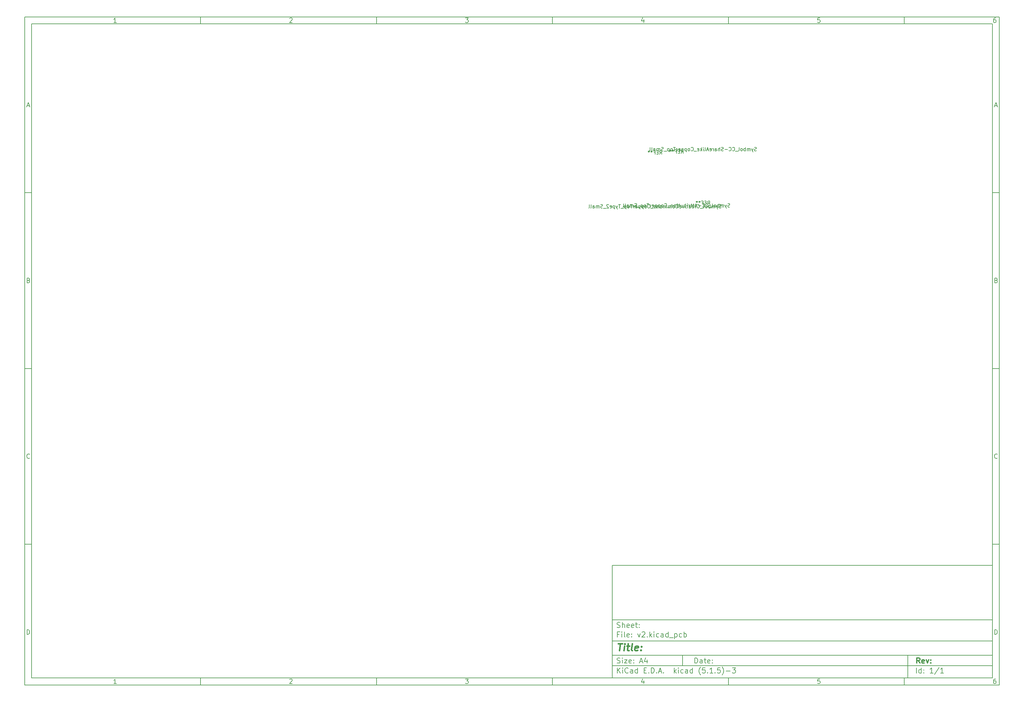
<source format=gbr>
G04 #@! TF.GenerationSoftware,KiCad,Pcbnew,(5.1.5)-3*
G04 #@! TF.CreationDate,2020-05-09T15:27:07-04:00*
G04 #@! TF.ProjectId,v2,76322e6b-6963-4616-945f-706362585858,rev?*
G04 #@! TF.SameCoordinates,Original*
G04 #@! TF.FileFunction,Other,Fab,Bot*
%FSLAX46Y46*%
G04 Gerber Fmt 4.6, Leading zero omitted, Abs format (unit mm)*
G04 Created by KiCad (PCBNEW (5.1.5)-3) date 2020-05-09 15:27:07*
%MOMM*%
%LPD*%
G04 APERTURE LIST*
%ADD10C,0.100000*%
%ADD11C,0.150000*%
%ADD12C,0.300000*%
%ADD13C,0.400000*%
G04 APERTURE END LIST*
D10*
D11*
X177002200Y-166007200D02*
X177002200Y-198007200D01*
X285002200Y-198007200D01*
X285002200Y-166007200D01*
X177002200Y-166007200D01*
D10*
D11*
X10000000Y-10000000D02*
X10000000Y-200007200D01*
X287002200Y-200007200D01*
X287002200Y-10000000D01*
X10000000Y-10000000D01*
D10*
D11*
X12000000Y-12000000D02*
X12000000Y-198007200D01*
X285002200Y-198007200D01*
X285002200Y-12000000D01*
X12000000Y-12000000D01*
D10*
D11*
X60000000Y-12000000D02*
X60000000Y-10000000D01*
D10*
D11*
X110000000Y-12000000D02*
X110000000Y-10000000D01*
D10*
D11*
X160000000Y-12000000D02*
X160000000Y-10000000D01*
D10*
D11*
X210000000Y-12000000D02*
X210000000Y-10000000D01*
D10*
D11*
X260000000Y-12000000D02*
X260000000Y-10000000D01*
D10*
D11*
X36065476Y-11588095D02*
X35322619Y-11588095D01*
X35694047Y-11588095D02*
X35694047Y-10288095D01*
X35570238Y-10473809D01*
X35446428Y-10597619D01*
X35322619Y-10659523D01*
D10*
D11*
X85322619Y-10411904D02*
X85384523Y-10350000D01*
X85508333Y-10288095D01*
X85817857Y-10288095D01*
X85941666Y-10350000D01*
X86003571Y-10411904D01*
X86065476Y-10535714D01*
X86065476Y-10659523D01*
X86003571Y-10845238D01*
X85260714Y-11588095D01*
X86065476Y-11588095D01*
D10*
D11*
X135260714Y-10288095D02*
X136065476Y-10288095D01*
X135632142Y-10783333D01*
X135817857Y-10783333D01*
X135941666Y-10845238D01*
X136003571Y-10907142D01*
X136065476Y-11030952D01*
X136065476Y-11340476D01*
X136003571Y-11464285D01*
X135941666Y-11526190D01*
X135817857Y-11588095D01*
X135446428Y-11588095D01*
X135322619Y-11526190D01*
X135260714Y-11464285D01*
D10*
D11*
X185941666Y-10721428D02*
X185941666Y-11588095D01*
X185632142Y-10226190D02*
X185322619Y-11154761D01*
X186127380Y-11154761D01*
D10*
D11*
X236003571Y-10288095D02*
X235384523Y-10288095D01*
X235322619Y-10907142D01*
X235384523Y-10845238D01*
X235508333Y-10783333D01*
X235817857Y-10783333D01*
X235941666Y-10845238D01*
X236003571Y-10907142D01*
X236065476Y-11030952D01*
X236065476Y-11340476D01*
X236003571Y-11464285D01*
X235941666Y-11526190D01*
X235817857Y-11588095D01*
X235508333Y-11588095D01*
X235384523Y-11526190D01*
X235322619Y-11464285D01*
D10*
D11*
X285941666Y-10288095D02*
X285694047Y-10288095D01*
X285570238Y-10350000D01*
X285508333Y-10411904D01*
X285384523Y-10597619D01*
X285322619Y-10845238D01*
X285322619Y-11340476D01*
X285384523Y-11464285D01*
X285446428Y-11526190D01*
X285570238Y-11588095D01*
X285817857Y-11588095D01*
X285941666Y-11526190D01*
X286003571Y-11464285D01*
X286065476Y-11340476D01*
X286065476Y-11030952D01*
X286003571Y-10907142D01*
X285941666Y-10845238D01*
X285817857Y-10783333D01*
X285570238Y-10783333D01*
X285446428Y-10845238D01*
X285384523Y-10907142D01*
X285322619Y-11030952D01*
D10*
D11*
X60000000Y-198007200D02*
X60000000Y-200007200D01*
D10*
D11*
X110000000Y-198007200D02*
X110000000Y-200007200D01*
D10*
D11*
X160000000Y-198007200D02*
X160000000Y-200007200D01*
D10*
D11*
X210000000Y-198007200D02*
X210000000Y-200007200D01*
D10*
D11*
X260000000Y-198007200D02*
X260000000Y-200007200D01*
D10*
D11*
X36065476Y-199595295D02*
X35322619Y-199595295D01*
X35694047Y-199595295D02*
X35694047Y-198295295D01*
X35570238Y-198481009D01*
X35446428Y-198604819D01*
X35322619Y-198666723D01*
D10*
D11*
X85322619Y-198419104D02*
X85384523Y-198357200D01*
X85508333Y-198295295D01*
X85817857Y-198295295D01*
X85941666Y-198357200D01*
X86003571Y-198419104D01*
X86065476Y-198542914D01*
X86065476Y-198666723D01*
X86003571Y-198852438D01*
X85260714Y-199595295D01*
X86065476Y-199595295D01*
D10*
D11*
X135260714Y-198295295D02*
X136065476Y-198295295D01*
X135632142Y-198790533D01*
X135817857Y-198790533D01*
X135941666Y-198852438D01*
X136003571Y-198914342D01*
X136065476Y-199038152D01*
X136065476Y-199347676D01*
X136003571Y-199471485D01*
X135941666Y-199533390D01*
X135817857Y-199595295D01*
X135446428Y-199595295D01*
X135322619Y-199533390D01*
X135260714Y-199471485D01*
D10*
D11*
X185941666Y-198728628D02*
X185941666Y-199595295D01*
X185632142Y-198233390D02*
X185322619Y-199161961D01*
X186127380Y-199161961D01*
D10*
D11*
X236003571Y-198295295D02*
X235384523Y-198295295D01*
X235322619Y-198914342D01*
X235384523Y-198852438D01*
X235508333Y-198790533D01*
X235817857Y-198790533D01*
X235941666Y-198852438D01*
X236003571Y-198914342D01*
X236065476Y-199038152D01*
X236065476Y-199347676D01*
X236003571Y-199471485D01*
X235941666Y-199533390D01*
X235817857Y-199595295D01*
X235508333Y-199595295D01*
X235384523Y-199533390D01*
X235322619Y-199471485D01*
D10*
D11*
X285941666Y-198295295D02*
X285694047Y-198295295D01*
X285570238Y-198357200D01*
X285508333Y-198419104D01*
X285384523Y-198604819D01*
X285322619Y-198852438D01*
X285322619Y-199347676D01*
X285384523Y-199471485D01*
X285446428Y-199533390D01*
X285570238Y-199595295D01*
X285817857Y-199595295D01*
X285941666Y-199533390D01*
X286003571Y-199471485D01*
X286065476Y-199347676D01*
X286065476Y-199038152D01*
X286003571Y-198914342D01*
X285941666Y-198852438D01*
X285817857Y-198790533D01*
X285570238Y-198790533D01*
X285446428Y-198852438D01*
X285384523Y-198914342D01*
X285322619Y-199038152D01*
D10*
D11*
X10000000Y-60000000D02*
X12000000Y-60000000D01*
D10*
D11*
X10000000Y-110000000D02*
X12000000Y-110000000D01*
D10*
D11*
X10000000Y-160000000D02*
X12000000Y-160000000D01*
D10*
D11*
X10690476Y-35216666D02*
X11309523Y-35216666D01*
X10566666Y-35588095D02*
X11000000Y-34288095D01*
X11433333Y-35588095D01*
D10*
D11*
X11092857Y-84907142D02*
X11278571Y-84969047D01*
X11340476Y-85030952D01*
X11402380Y-85154761D01*
X11402380Y-85340476D01*
X11340476Y-85464285D01*
X11278571Y-85526190D01*
X11154761Y-85588095D01*
X10659523Y-85588095D01*
X10659523Y-84288095D01*
X11092857Y-84288095D01*
X11216666Y-84350000D01*
X11278571Y-84411904D01*
X11340476Y-84535714D01*
X11340476Y-84659523D01*
X11278571Y-84783333D01*
X11216666Y-84845238D01*
X11092857Y-84907142D01*
X10659523Y-84907142D01*
D10*
D11*
X11402380Y-135464285D02*
X11340476Y-135526190D01*
X11154761Y-135588095D01*
X11030952Y-135588095D01*
X10845238Y-135526190D01*
X10721428Y-135402380D01*
X10659523Y-135278571D01*
X10597619Y-135030952D01*
X10597619Y-134845238D01*
X10659523Y-134597619D01*
X10721428Y-134473809D01*
X10845238Y-134350000D01*
X11030952Y-134288095D01*
X11154761Y-134288095D01*
X11340476Y-134350000D01*
X11402380Y-134411904D01*
D10*
D11*
X10659523Y-185588095D02*
X10659523Y-184288095D01*
X10969047Y-184288095D01*
X11154761Y-184350000D01*
X11278571Y-184473809D01*
X11340476Y-184597619D01*
X11402380Y-184845238D01*
X11402380Y-185030952D01*
X11340476Y-185278571D01*
X11278571Y-185402380D01*
X11154761Y-185526190D01*
X10969047Y-185588095D01*
X10659523Y-185588095D01*
D10*
D11*
X287002200Y-60000000D02*
X285002200Y-60000000D01*
D10*
D11*
X287002200Y-110000000D02*
X285002200Y-110000000D01*
D10*
D11*
X287002200Y-160000000D02*
X285002200Y-160000000D01*
D10*
D11*
X285692676Y-35216666D02*
X286311723Y-35216666D01*
X285568866Y-35588095D02*
X286002200Y-34288095D01*
X286435533Y-35588095D01*
D10*
D11*
X286095057Y-84907142D02*
X286280771Y-84969047D01*
X286342676Y-85030952D01*
X286404580Y-85154761D01*
X286404580Y-85340476D01*
X286342676Y-85464285D01*
X286280771Y-85526190D01*
X286156961Y-85588095D01*
X285661723Y-85588095D01*
X285661723Y-84288095D01*
X286095057Y-84288095D01*
X286218866Y-84350000D01*
X286280771Y-84411904D01*
X286342676Y-84535714D01*
X286342676Y-84659523D01*
X286280771Y-84783333D01*
X286218866Y-84845238D01*
X286095057Y-84907142D01*
X285661723Y-84907142D01*
D10*
D11*
X286404580Y-135464285D02*
X286342676Y-135526190D01*
X286156961Y-135588095D01*
X286033152Y-135588095D01*
X285847438Y-135526190D01*
X285723628Y-135402380D01*
X285661723Y-135278571D01*
X285599819Y-135030952D01*
X285599819Y-134845238D01*
X285661723Y-134597619D01*
X285723628Y-134473809D01*
X285847438Y-134350000D01*
X286033152Y-134288095D01*
X286156961Y-134288095D01*
X286342676Y-134350000D01*
X286404580Y-134411904D01*
D10*
D11*
X285661723Y-185588095D02*
X285661723Y-184288095D01*
X285971247Y-184288095D01*
X286156961Y-184350000D01*
X286280771Y-184473809D01*
X286342676Y-184597619D01*
X286404580Y-184845238D01*
X286404580Y-185030952D01*
X286342676Y-185278571D01*
X286280771Y-185402380D01*
X286156961Y-185526190D01*
X285971247Y-185588095D01*
X285661723Y-185588095D01*
D10*
D11*
X200434342Y-193785771D02*
X200434342Y-192285771D01*
X200791485Y-192285771D01*
X201005771Y-192357200D01*
X201148628Y-192500057D01*
X201220057Y-192642914D01*
X201291485Y-192928628D01*
X201291485Y-193142914D01*
X201220057Y-193428628D01*
X201148628Y-193571485D01*
X201005771Y-193714342D01*
X200791485Y-193785771D01*
X200434342Y-193785771D01*
X202577200Y-193785771D02*
X202577200Y-193000057D01*
X202505771Y-192857200D01*
X202362914Y-192785771D01*
X202077200Y-192785771D01*
X201934342Y-192857200D01*
X202577200Y-193714342D02*
X202434342Y-193785771D01*
X202077200Y-193785771D01*
X201934342Y-193714342D01*
X201862914Y-193571485D01*
X201862914Y-193428628D01*
X201934342Y-193285771D01*
X202077200Y-193214342D01*
X202434342Y-193214342D01*
X202577200Y-193142914D01*
X203077200Y-192785771D02*
X203648628Y-192785771D01*
X203291485Y-192285771D02*
X203291485Y-193571485D01*
X203362914Y-193714342D01*
X203505771Y-193785771D01*
X203648628Y-193785771D01*
X204720057Y-193714342D02*
X204577200Y-193785771D01*
X204291485Y-193785771D01*
X204148628Y-193714342D01*
X204077200Y-193571485D01*
X204077200Y-193000057D01*
X204148628Y-192857200D01*
X204291485Y-192785771D01*
X204577200Y-192785771D01*
X204720057Y-192857200D01*
X204791485Y-193000057D01*
X204791485Y-193142914D01*
X204077200Y-193285771D01*
X205434342Y-193642914D02*
X205505771Y-193714342D01*
X205434342Y-193785771D01*
X205362914Y-193714342D01*
X205434342Y-193642914D01*
X205434342Y-193785771D01*
X205434342Y-192857200D02*
X205505771Y-192928628D01*
X205434342Y-193000057D01*
X205362914Y-192928628D01*
X205434342Y-192857200D01*
X205434342Y-193000057D01*
D10*
D11*
X177002200Y-194507200D02*
X285002200Y-194507200D01*
D10*
D11*
X178434342Y-196585771D02*
X178434342Y-195085771D01*
X179291485Y-196585771D02*
X178648628Y-195728628D01*
X179291485Y-195085771D02*
X178434342Y-195942914D01*
X179934342Y-196585771D02*
X179934342Y-195585771D01*
X179934342Y-195085771D02*
X179862914Y-195157200D01*
X179934342Y-195228628D01*
X180005771Y-195157200D01*
X179934342Y-195085771D01*
X179934342Y-195228628D01*
X181505771Y-196442914D02*
X181434342Y-196514342D01*
X181220057Y-196585771D01*
X181077200Y-196585771D01*
X180862914Y-196514342D01*
X180720057Y-196371485D01*
X180648628Y-196228628D01*
X180577200Y-195942914D01*
X180577200Y-195728628D01*
X180648628Y-195442914D01*
X180720057Y-195300057D01*
X180862914Y-195157200D01*
X181077200Y-195085771D01*
X181220057Y-195085771D01*
X181434342Y-195157200D01*
X181505771Y-195228628D01*
X182791485Y-196585771D02*
X182791485Y-195800057D01*
X182720057Y-195657200D01*
X182577200Y-195585771D01*
X182291485Y-195585771D01*
X182148628Y-195657200D01*
X182791485Y-196514342D02*
X182648628Y-196585771D01*
X182291485Y-196585771D01*
X182148628Y-196514342D01*
X182077200Y-196371485D01*
X182077200Y-196228628D01*
X182148628Y-196085771D01*
X182291485Y-196014342D01*
X182648628Y-196014342D01*
X182791485Y-195942914D01*
X184148628Y-196585771D02*
X184148628Y-195085771D01*
X184148628Y-196514342D02*
X184005771Y-196585771D01*
X183720057Y-196585771D01*
X183577200Y-196514342D01*
X183505771Y-196442914D01*
X183434342Y-196300057D01*
X183434342Y-195871485D01*
X183505771Y-195728628D01*
X183577200Y-195657200D01*
X183720057Y-195585771D01*
X184005771Y-195585771D01*
X184148628Y-195657200D01*
X186005771Y-195800057D02*
X186505771Y-195800057D01*
X186720057Y-196585771D02*
X186005771Y-196585771D01*
X186005771Y-195085771D01*
X186720057Y-195085771D01*
X187362914Y-196442914D02*
X187434342Y-196514342D01*
X187362914Y-196585771D01*
X187291485Y-196514342D01*
X187362914Y-196442914D01*
X187362914Y-196585771D01*
X188077200Y-196585771D02*
X188077200Y-195085771D01*
X188434342Y-195085771D01*
X188648628Y-195157200D01*
X188791485Y-195300057D01*
X188862914Y-195442914D01*
X188934342Y-195728628D01*
X188934342Y-195942914D01*
X188862914Y-196228628D01*
X188791485Y-196371485D01*
X188648628Y-196514342D01*
X188434342Y-196585771D01*
X188077200Y-196585771D01*
X189577200Y-196442914D02*
X189648628Y-196514342D01*
X189577200Y-196585771D01*
X189505771Y-196514342D01*
X189577200Y-196442914D01*
X189577200Y-196585771D01*
X190220057Y-196157200D02*
X190934342Y-196157200D01*
X190077200Y-196585771D02*
X190577200Y-195085771D01*
X191077200Y-196585771D01*
X191577200Y-196442914D02*
X191648628Y-196514342D01*
X191577200Y-196585771D01*
X191505771Y-196514342D01*
X191577200Y-196442914D01*
X191577200Y-196585771D01*
X194577200Y-196585771D02*
X194577200Y-195085771D01*
X194720057Y-196014342D02*
X195148628Y-196585771D01*
X195148628Y-195585771D02*
X194577200Y-196157200D01*
X195791485Y-196585771D02*
X195791485Y-195585771D01*
X195791485Y-195085771D02*
X195720057Y-195157200D01*
X195791485Y-195228628D01*
X195862914Y-195157200D01*
X195791485Y-195085771D01*
X195791485Y-195228628D01*
X197148628Y-196514342D02*
X197005771Y-196585771D01*
X196720057Y-196585771D01*
X196577200Y-196514342D01*
X196505771Y-196442914D01*
X196434342Y-196300057D01*
X196434342Y-195871485D01*
X196505771Y-195728628D01*
X196577200Y-195657200D01*
X196720057Y-195585771D01*
X197005771Y-195585771D01*
X197148628Y-195657200D01*
X198434342Y-196585771D02*
X198434342Y-195800057D01*
X198362914Y-195657200D01*
X198220057Y-195585771D01*
X197934342Y-195585771D01*
X197791485Y-195657200D01*
X198434342Y-196514342D02*
X198291485Y-196585771D01*
X197934342Y-196585771D01*
X197791485Y-196514342D01*
X197720057Y-196371485D01*
X197720057Y-196228628D01*
X197791485Y-196085771D01*
X197934342Y-196014342D01*
X198291485Y-196014342D01*
X198434342Y-195942914D01*
X199791485Y-196585771D02*
X199791485Y-195085771D01*
X199791485Y-196514342D02*
X199648628Y-196585771D01*
X199362914Y-196585771D01*
X199220057Y-196514342D01*
X199148628Y-196442914D01*
X199077200Y-196300057D01*
X199077200Y-195871485D01*
X199148628Y-195728628D01*
X199220057Y-195657200D01*
X199362914Y-195585771D01*
X199648628Y-195585771D01*
X199791485Y-195657200D01*
X202077200Y-197157200D02*
X202005771Y-197085771D01*
X201862914Y-196871485D01*
X201791485Y-196728628D01*
X201720057Y-196514342D01*
X201648628Y-196157200D01*
X201648628Y-195871485D01*
X201720057Y-195514342D01*
X201791485Y-195300057D01*
X201862914Y-195157200D01*
X202005771Y-194942914D01*
X202077200Y-194871485D01*
X203362914Y-195085771D02*
X202648628Y-195085771D01*
X202577200Y-195800057D01*
X202648628Y-195728628D01*
X202791485Y-195657200D01*
X203148628Y-195657200D01*
X203291485Y-195728628D01*
X203362914Y-195800057D01*
X203434342Y-195942914D01*
X203434342Y-196300057D01*
X203362914Y-196442914D01*
X203291485Y-196514342D01*
X203148628Y-196585771D01*
X202791485Y-196585771D01*
X202648628Y-196514342D01*
X202577200Y-196442914D01*
X204077200Y-196442914D02*
X204148628Y-196514342D01*
X204077200Y-196585771D01*
X204005771Y-196514342D01*
X204077200Y-196442914D01*
X204077200Y-196585771D01*
X205577200Y-196585771D02*
X204720057Y-196585771D01*
X205148628Y-196585771D02*
X205148628Y-195085771D01*
X205005771Y-195300057D01*
X204862914Y-195442914D01*
X204720057Y-195514342D01*
X206220057Y-196442914D02*
X206291485Y-196514342D01*
X206220057Y-196585771D01*
X206148628Y-196514342D01*
X206220057Y-196442914D01*
X206220057Y-196585771D01*
X207648628Y-195085771D02*
X206934342Y-195085771D01*
X206862914Y-195800057D01*
X206934342Y-195728628D01*
X207077200Y-195657200D01*
X207434342Y-195657200D01*
X207577200Y-195728628D01*
X207648628Y-195800057D01*
X207720057Y-195942914D01*
X207720057Y-196300057D01*
X207648628Y-196442914D01*
X207577200Y-196514342D01*
X207434342Y-196585771D01*
X207077200Y-196585771D01*
X206934342Y-196514342D01*
X206862914Y-196442914D01*
X208220057Y-197157200D02*
X208291485Y-197085771D01*
X208434342Y-196871485D01*
X208505771Y-196728628D01*
X208577200Y-196514342D01*
X208648628Y-196157200D01*
X208648628Y-195871485D01*
X208577200Y-195514342D01*
X208505771Y-195300057D01*
X208434342Y-195157200D01*
X208291485Y-194942914D01*
X208220057Y-194871485D01*
X209362914Y-196014342D02*
X210505771Y-196014342D01*
X211077200Y-195085771D02*
X212005771Y-195085771D01*
X211505771Y-195657200D01*
X211720057Y-195657200D01*
X211862914Y-195728628D01*
X211934342Y-195800057D01*
X212005771Y-195942914D01*
X212005771Y-196300057D01*
X211934342Y-196442914D01*
X211862914Y-196514342D01*
X211720057Y-196585771D01*
X211291485Y-196585771D01*
X211148628Y-196514342D01*
X211077200Y-196442914D01*
D10*
D11*
X177002200Y-191507200D02*
X285002200Y-191507200D01*
D10*
D12*
X264411485Y-193785771D02*
X263911485Y-193071485D01*
X263554342Y-193785771D02*
X263554342Y-192285771D01*
X264125771Y-192285771D01*
X264268628Y-192357200D01*
X264340057Y-192428628D01*
X264411485Y-192571485D01*
X264411485Y-192785771D01*
X264340057Y-192928628D01*
X264268628Y-193000057D01*
X264125771Y-193071485D01*
X263554342Y-193071485D01*
X265625771Y-193714342D02*
X265482914Y-193785771D01*
X265197200Y-193785771D01*
X265054342Y-193714342D01*
X264982914Y-193571485D01*
X264982914Y-193000057D01*
X265054342Y-192857200D01*
X265197200Y-192785771D01*
X265482914Y-192785771D01*
X265625771Y-192857200D01*
X265697200Y-193000057D01*
X265697200Y-193142914D01*
X264982914Y-193285771D01*
X266197200Y-192785771D02*
X266554342Y-193785771D01*
X266911485Y-192785771D01*
X267482914Y-193642914D02*
X267554342Y-193714342D01*
X267482914Y-193785771D01*
X267411485Y-193714342D01*
X267482914Y-193642914D01*
X267482914Y-193785771D01*
X267482914Y-192857200D02*
X267554342Y-192928628D01*
X267482914Y-193000057D01*
X267411485Y-192928628D01*
X267482914Y-192857200D01*
X267482914Y-193000057D01*
D10*
D11*
X178362914Y-193714342D02*
X178577200Y-193785771D01*
X178934342Y-193785771D01*
X179077200Y-193714342D01*
X179148628Y-193642914D01*
X179220057Y-193500057D01*
X179220057Y-193357200D01*
X179148628Y-193214342D01*
X179077200Y-193142914D01*
X178934342Y-193071485D01*
X178648628Y-193000057D01*
X178505771Y-192928628D01*
X178434342Y-192857200D01*
X178362914Y-192714342D01*
X178362914Y-192571485D01*
X178434342Y-192428628D01*
X178505771Y-192357200D01*
X178648628Y-192285771D01*
X179005771Y-192285771D01*
X179220057Y-192357200D01*
X179862914Y-193785771D02*
X179862914Y-192785771D01*
X179862914Y-192285771D02*
X179791485Y-192357200D01*
X179862914Y-192428628D01*
X179934342Y-192357200D01*
X179862914Y-192285771D01*
X179862914Y-192428628D01*
X180434342Y-192785771D02*
X181220057Y-192785771D01*
X180434342Y-193785771D01*
X181220057Y-193785771D01*
X182362914Y-193714342D02*
X182220057Y-193785771D01*
X181934342Y-193785771D01*
X181791485Y-193714342D01*
X181720057Y-193571485D01*
X181720057Y-193000057D01*
X181791485Y-192857200D01*
X181934342Y-192785771D01*
X182220057Y-192785771D01*
X182362914Y-192857200D01*
X182434342Y-193000057D01*
X182434342Y-193142914D01*
X181720057Y-193285771D01*
X183077200Y-193642914D02*
X183148628Y-193714342D01*
X183077200Y-193785771D01*
X183005771Y-193714342D01*
X183077200Y-193642914D01*
X183077200Y-193785771D01*
X183077200Y-192857200D02*
X183148628Y-192928628D01*
X183077200Y-193000057D01*
X183005771Y-192928628D01*
X183077200Y-192857200D01*
X183077200Y-193000057D01*
X184862914Y-193357200D02*
X185577200Y-193357200D01*
X184720057Y-193785771D02*
X185220057Y-192285771D01*
X185720057Y-193785771D01*
X186862914Y-192785771D02*
X186862914Y-193785771D01*
X186505771Y-192214342D02*
X186148628Y-193285771D01*
X187077200Y-193285771D01*
D10*
D11*
X263434342Y-196585771D02*
X263434342Y-195085771D01*
X264791485Y-196585771D02*
X264791485Y-195085771D01*
X264791485Y-196514342D02*
X264648628Y-196585771D01*
X264362914Y-196585771D01*
X264220057Y-196514342D01*
X264148628Y-196442914D01*
X264077200Y-196300057D01*
X264077200Y-195871485D01*
X264148628Y-195728628D01*
X264220057Y-195657200D01*
X264362914Y-195585771D01*
X264648628Y-195585771D01*
X264791485Y-195657200D01*
X265505771Y-196442914D02*
X265577200Y-196514342D01*
X265505771Y-196585771D01*
X265434342Y-196514342D01*
X265505771Y-196442914D01*
X265505771Y-196585771D01*
X265505771Y-195657200D02*
X265577200Y-195728628D01*
X265505771Y-195800057D01*
X265434342Y-195728628D01*
X265505771Y-195657200D01*
X265505771Y-195800057D01*
X268148628Y-196585771D02*
X267291485Y-196585771D01*
X267720057Y-196585771D02*
X267720057Y-195085771D01*
X267577200Y-195300057D01*
X267434342Y-195442914D01*
X267291485Y-195514342D01*
X269862914Y-195014342D02*
X268577200Y-196942914D01*
X271148628Y-196585771D02*
X270291485Y-196585771D01*
X270720057Y-196585771D02*
X270720057Y-195085771D01*
X270577200Y-195300057D01*
X270434342Y-195442914D01*
X270291485Y-195514342D01*
D10*
D11*
X177002200Y-187507200D02*
X285002200Y-187507200D01*
D10*
D13*
X178714580Y-188211961D02*
X179857438Y-188211961D01*
X179036009Y-190211961D02*
X179286009Y-188211961D01*
X180274104Y-190211961D02*
X180440771Y-188878628D01*
X180524104Y-188211961D02*
X180416961Y-188307200D01*
X180500295Y-188402438D01*
X180607438Y-188307200D01*
X180524104Y-188211961D01*
X180500295Y-188402438D01*
X181107438Y-188878628D02*
X181869342Y-188878628D01*
X181476485Y-188211961D02*
X181262200Y-189926247D01*
X181333628Y-190116723D01*
X181512200Y-190211961D01*
X181702676Y-190211961D01*
X182655057Y-190211961D02*
X182476485Y-190116723D01*
X182405057Y-189926247D01*
X182619342Y-188211961D01*
X184190771Y-190116723D02*
X183988390Y-190211961D01*
X183607438Y-190211961D01*
X183428866Y-190116723D01*
X183357438Y-189926247D01*
X183452676Y-189164342D01*
X183571723Y-188973866D01*
X183774104Y-188878628D01*
X184155057Y-188878628D01*
X184333628Y-188973866D01*
X184405057Y-189164342D01*
X184381247Y-189354819D01*
X183405057Y-189545295D01*
X185155057Y-190021485D02*
X185238390Y-190116723D01*
X185131247Y-190211961D01*
X185047914Y-190116723D01*
X185155057Y-190021485D01*
X185131247Y-190211961D01*
X185286009Y-188973866D02*
X185369342Y-189069104D01*
X185262200Y-189164342D01*
X185178866Y-189069104D01*
X185286009Y-188973866D01*
X185262200Y-189164342D01*
D10*
D11*
X178934342Y-185600057D02*
X178434342Y-185600057D01*
X178434342Y-186385771D02*
X178434342Y-184885771D01*
X179148628Y-184885771D01*
X179720057Y-186385771D02*
X179720057Y-185385771D01*
X179720057Y-184885771D02*
X179648628Y-184957200D01*
X179720057Y-185028628D01*
X179791485Y-184957200D01*
X179720057Y-184885771D01*
X179720057Y-185028628D01*
X180648628Y-186385771D02*
X180505771Y-186314342D01*
X180434342Y-186171485D01*
X180434342Y-184885771D01*
X181791485Y-186314342D02*
X181648628Y-186385771D01*
X181362914Y-186385771D01*
X181220057Y-186314342D01*
X181148628Y-186171485D01*
X181148628Y-185600057D01*
X181220057Y-185457200D01*
X181362914Y-185385771D01*
X181648628Y-185385771D01*
X181791485Y-185457200D01*
X181862914Y-185600057D01*
X181862914Y-185742914D01*
X181148628Y-185885771D01*
X182505771Y-186242914D02*
X182577200Y-186314342D01*
X182505771Y-186385771D01*
X182434342Y-186314342D01*
X182505771Y-186242914D01*
X182505771Y-186385771D01*
X182505771Y-185457200D02*
X182577200Y-185528628D01*
X182505771Y-185600057D01*
X182434342Y-185528628D01*
X182505771Y-185457200D01*
X182505771Y-185600057D01*
X184220057Y-185385771D02*
X184577200Y-186385771D01*
X184934342Y-185385771D01*
X185434342Y-185028628D02*
X185505771Y-184957200D01*
X185648628Y-184885771D01*
X186005771Y-184885771D01*
X186148628Y-184957200D01*
X186220057Y-185028628D01*
X186291485Y-185171485D01*
X186291485Y-185314342D01*
X186220057Y-185528628D01*
X185362914Y-186385771D01*
X186291485Y-186385771D01*
X186934342Y-186242914D02*
X187005771Y-186314342D01*
X186934342Y-186385771D01*
X186862914Y-186314342D01*
X186934342Y-186242914D01*
X186934342Y-186385771D01*
X187648628Y-186385771D02*
X187648628Y-184885771D01*
X187791485Y-185814342D02*
X188220057Y-186385771D01*
X188220057Y-185385771D02*
X187648628Y-185957200D01*
X188862914Y-186385771D02*
X188862914Y-185385771D01*
X188862914Y-184885771D02*
X188791485Y-184957200D01*
X188862914Y-185028628D01*
X188934342Y-184957200D01*
X188862914Y-184885771D01*
X188862914Y-185028628D01*
X190220057Y-186314342D02*
X190077200Y-186385771D01*
X189791485Y-186385771D01*
X189648628Y-186314342D01*
X189577200Y-186242914D01*
X189505771Y-186100057D01*
X189505771Y-185671485D01*
X189577200Y-185528628D01*
X189648628Y-185457200D01*
X189791485Y-185385771D01*
X190077200Y-185385771D01*
X190220057Y-185457200D01*
X191505771Y-186385771D02*
X191505771Y-185600057D01*
X191434342Y-185457200D01*
X191291485Y-185385771D01*
X191005771Y-185385771D01*
X190862914Y-185457200D01*
X191505771Y-186314342D02*
X191362914Y-186385771D01*
X191005771Y-186385771D01*
X190862914Y-186314342D01*
X190791485Y-186171485D01*
X190791485Y-186028628D01*
X190862914Y-185885771D01*
X191005771Y-185814342D01*
X191362914Y-185814342D01*
X191505771Y-185742914D01*
X192862914Y-186385771D02*
X192862914Y-184885771D01*
X192862914Y-186314342D02*
X192720057Y-186385771D01*
X192434342Y-186385771D01*
X192291485Y-186314342D01*
X192220057Y-186242914D01*
X192148628Y-186100057D01*
X192148628Y-185671485D01*
X192220057Y-185528628D01*
X192291485Y-185457200D01*
X192434342Y-185385771D01*
X192720057Y-185385771D01*
X192862914Y-185457200D01*
X193220057Y-186528628D02*
X194362914Y-186528628D01*
X194720057Y-185385771D02*
X194720057Y-186885771D01*
X194720057Y-185457200D02*
X194862914Y-185385771D01*
X195148628Y-185385771D01*
X195291485Y-185457200D01*
X195362914Y-185528628D01*
X195434342Y-185671485D01*
X195434342Y-186100057D01*
X195362914Y-186242914D01*
X195291485Y-186314342D01*
X195148628Y-186385771D01*
X194862914Y-186385771D01*
X194720057Y-186314342D01*
X196720057Y-186314342D02*
X196577200Y-186385771D01*
X196291485Y-186385771D01*
X196148628Y-186314342D01*
X196077200Y-186242914D01*
X196005771Y-186100057D01*
X196005771Y-185671485D01*
X196077200Y-185528628D01*
X196148628Y-185457200D01*
X196291485Y-185385771D01*
X196577200Y-185385771D01*
X196720057Y-185457200D01*
X197362914Y-186385771D02*
X197362914Y-184885771D01*
X197362914Y-185457200D02*
X197505771Y-185385771D01*
X197791485Y-185385771D01*
X197934342Y-185457200D01*
X198005771Y-185528628D01*
X198077200Y-185671485D01*
X198077200Y-186100057D01*
X198005771Y-186242914D01*
X197934342Y-186314342D01*
X197791485Y-186385771D01*
X197505771Y-186385771D01*
X197362914Y-186314342D01*
D10*
D11*
X177002200Y-181507200D02*
X285002200Y-181507200D01*
D10*
D11*
X178362914Y-183614342D02*
X178577200Y-183685771D01*
X178934342Y-183685771D01*
X179077200Y-183614342D01*
X179148628Y-183542914D01*
X179220057Y-183400057D01*
X179220057Y-183257200D01*
X179148628Y-183114342D01*
X179077200Y-183042914D01*
X178934342Y-182971485D01*
X178648628Y-182900057D01*
X178505771Y-182828628D01*
X178434342Y-182757200D01*
X178362914Y-182614342D01*
X178362914Y-182471485D01*
X178434342Y-182328628D01*
X178505771Y-182257200D01*
X178648628Y-182185771D01*
X179005771Y-182185771D01*
X179220057Y-182257200D01*
X179862914Y-183685771D02*
X179862914Y-182185771D01*
X180505771Y-183685771D02*
X180505771Y-182900057D01*
X180434342Y-182757200D01*
X180291485Y-182685771D01*
X180077200Y-182685771D01*
X179934342Y-182757200D01*
X179862914Y-182828628D01*
X181791485Y-183614342D02*
X181648628Y-183685771D01*
X181362914Y-183685771D01*
X181220057Y-183614342D01*
X181148628Y-183471485D01*
X181148628Y-182900057D01*
X181220057Y-182757200D01*
X181362914Y-182685771D01*
X181648628Y-182685771D01*
X181791485Y-182757200D01*
X181862914Y-182900057D01*
X181862914Y-183042914D01*
X181148628Y-183185771D01*
X183077200Y-183614342D02*
X182934342Y-183685771D01*
X182648628Y-183685771D01*
X182505771Y-183614342D01*
X182434342Y-183471485D01*
X182434342Y-182900057D01*
X182505771Y-182757200D01*
X182648628Y-182685771D01*
X182934342Y-182685771D01*
X183077200Y-182757200D01*
X183148628Y-182900057D01*
X183148628Y-183042914D01*
X182434342Y-183185771D01*
X183577200Y-182685771D02*
X184148628Y-182685771D01*
X183791485Y-182185771D02*
X183791485Y-183471485D01*
X183862914Y-183614342D01*
X184005771Y-183685771D01*
X184148628Y-183685771D01*
X184648628Y-183542914D02*
X184720057Y-183614342D01*
X184648628Y-183685771D01*
X184577200Y-183614342D01*
X184648628Y-183542914D01*
X184648628Y-183685771D01*
X184648628Y-182757200D02*
X184720057Y-182828628D01*
X184648628Y-182900057D01*
X184577200Y-182828628D01*
X184648628Y-182757200D01*
X184648628Y-182900057D01*
D10*
D11*
X197002200Y-191507200D02*
X197002200Y-194507200D01*
D10*
D11*
X261002200Y-191507200D02*
X261002200Y-198007200D01*
X190471893Y-49032420D02*
X190805226Y-48556230D01*
X191043321Y-49032420D02*
X191043321Y-48032420D01*
X190662369Y-48032420D01*
X190567131Y-48080040D01*
X190519512Y-48127659D01*
X190471893Y-48222897D01*
X190471893Y-48365754D01*
X190519512Y-48460992D01*
X190567131Y-48508611D01*
X190662369Y-48556230D01*
X191043321Y-48556230D01*
X190043321Y-48508611D02*
X189709988Y-48508611D01*
X189567131Y-49032420D02*
X190043321Y-49032420D01*
X190043321Y-48032420D01*
X189567131Y-48032420D01*
X188805226Y-48508611D02*
X189138560Y-48508611D01*
X189138560Y-49032420D02*
X189138560Y-48032420D01*
X188662369Y-48032420D01*
X188138560Y-48032420D02*
X188138560Y-48270516D01*
X188376655Y-48175278D02*
X188138560Y-48270516D01*
X187900464Y-48175278D01*
X188281417Y-48460992D02*
X188138560Y-48270516D01*
X187995702Y-48460992D01*
X187376655Y-48032420D02*
X187376655Y-48270516D01*
X187614750Y-48175278D02*
X187376655Y-48270516D01*
X187138560Y-48175278D01*
X187519512Y-48460992D02*
X187376655Y-48270516D01*
X187233798Y-48460992D01*
X207900464Y-64285761D02*
X207757607Y-64333380D01*
X207519512Y-64333380D01*
X207424274Y-64285761D01*
X207376655Y-64238142D01*
X207329036Y-64142904D01*
X207329036Y-64047666D01*
X207376655Y-63952428D01*
X207424274Y-63904809D01*
X207519512Y-63857190D01*
X207709988Y-63809571D01*
X207805226Y-63761952D01*
X207852845Y-63714333D01*
X207900464Y-63619095D01*
X207900464Y-63523857D01*
X207852845Y-63428619D01*
X207805226Y-63381000D01*
X207709988Y-63333380D01*
X207471893Y-63333380D01*
X207329036Y-63381000D01*
X206995702Y-63666714D02*
X206757607Y-64333380D01*
X206519512Y-63666714D02*
X206757607Y-64333380D01*
X206852845Y-64571476D01*
X206900464Y-64619095D01*
X206995702Y-64666714D01*
X206138560Y-64333380D02*
X206138560Y-63666714D01*
X206138560Y-63761952D02*
X206090940Y-63714333D01*
X205995702Y-63666714D01*
X205852845Y-63666714D01*
X205757607Y-63714333D01*
X205709988Y-63809571D01*
X205709988Y-64333380D01*
X205709988Y-63809571D02*
X205662369Y-63714333D01*
X205567131Y-63666714D01*
X205424274Y-63666714D01*
X205329036Y-63714333D01*
X205281417Y-63809571D01*
X205281417Y-64333380D01*
X204805226Y-64333380D02*
X204805226Y-63333380D01*
X204805226Y-63714333D02*
X204709988Y-63666714D01*
X204519512Y-63666714D01*
X204424274Y-63714333D01*
X204376655Y-63761952D01*
X204329036Y-63857190D01*
X204329036Y-64142904D01*
X204376655Y-64238142D01*
X204424274Y-64285761D01*
X204519512Y-64333380D01*
X204709988Y-64333380D01*
X204805226Y-64285761D01*
X203757607Y-64333380D02*
X203852845Y-64285761D01*
X203900464Y-64238142D01*
X203948083Y-64142904D01*
X203948083Y-63857190D01*
X203900464Y-63761952D01*
X203852845Y-63714333D01*
X203757607Y-63666714D01*
X203614750Y-63666714D01*
X203519512Y-63714333D01*
X203471893Y-63761952D01*
X203424274Y-63857190D01*
X203424274Y-64142904D01*
X203471893Y-64238142D01*
X203519512Y-64285761D01*
X203614750Y-64333380D01*
X203757607Y-64333380D01*
X202852845Y-64333380D02*
X202948083Y-64285761D01*
X202995702Y-64190523D01*
X202995702Y-63333380D01*
X202709988Y-64428619D02*
X201948083Y-64428619D01*
X201138560Y-64238142D02*
X201186179Y-64285761D01*
X201329036Y-64333380D01*
X201424274Y-64333380D01*
X201567131Y-64285761D01*
X201662369Y-64190523D01*
X201709988Y-64095285D01*
X201757607Y-63904809D01*
X201757607Y-63761952D01*
X201709988Y-63571476D01*
X201662369Y-63476238D01*
X201567131Y-63381000D01*
X201424274Y-63333380D01*
X201329036Y-63333380D01*
X201186179Y-63381000D01*
X201138560Y-63428619D01*
X200709988Y-64333380D02*
X200709988Y-63666714D01*
X200709988Y-63857190D02*
X200662369Y-63761952D01*
X200614750Y-63714333D01*
X200519512Y-63666714D01*
X200424274Y-63666714D01*
X199709988Y-64285761D02*
X199805226Y-64333380D01*
X199995702Y-64333380D01*
X200090940Y-64285761D01*
X200138560Y-64190523D01*
X200138560Y-63809571D01*
X200090940Y-63714333D01*
X199995702Y-63666714D01*
X199805226Y-63666714D01*
X199709988Y-63714333D01*
X199662369Y-63809571D01*
X199662369Y-63904809D01*
X200138560Y-64000047D01*
X198805226Y-64333380D02*
X198805226Y-63809571D01*
X198852845Y-63714333D01*
X198948083Y-63666714D01*
X199138560Y-63666714D01*
X199233798Y-63714333D01*
X198805226Y-64285761D02*
X198900464Y-64333380D01*
X199138560Y-64333380D01*
X199233798Y-64285761D01*
X199281417Y-64190523D01*
X199281417Y-64095285D01*
X199233798Y-64000047D01*
X199138560Y-63952428D01*
X198900464Y-63952428D01*
X198805226Y-63904809D01*
X198471893Y-63666714D02*
X198090940Y-63666714D01*
X198329036Y-63333380D02*
X198329036Y-64190523D01*
X198281417Y-64285761D01*
X198186179Y-64333380D01*
X198090940Y-64333380D01*
X197757607Y-64333380D02*
X197757607Y-63666714D01*
X197757607Y-63333380D02*
X197805226Y-63381000D01*
X197757607Y-63428619D01*
X197709988Y-63381000D01*
X197757607Y-63333380D01*
X197757607Y-63428619D01*
X197376655Y-63666714D02*
X197138560Y-64333380D01*
X196900464Y-63666714D01*
X196138560Y-64285761D02*
X196233798Y-64333380D01*
X196424274Y-64333380D01*
X196519512Y-64285761D01*
X196567131Y-64190523D01*
X196567131Y-63809571D01*
X196519512Y-63714333D01*
X196424274Y-63666714D01*
X196233798Y-63666714D01*
X196138560Y-63714333D01*
X196090940Y-63809571D01*
X196090940Y-63904809D01*
X196567131Y-64000047D01*
X195090940Y-64238142D02*
X195138560Y-64285761D01*
X195281417Y-64333380D01*
X195376655Y-64333380D01*
X195519512Y-64285761D01*
X195614750Y-64190523D01*
X195662369Y-64095285D01*
X195709988Y-63904809D01*
X195709988Y-63761952D01*
X195662369Y-63571476D01*
X195614750Y-63476238D01*
X195519512Y-63381000D01*
X195376655Y-63333380D01*
X195281417Y-63333380D01*
X195138560Y-63381000D01*
X195090940Y-63428619D01*
X194519512Y-64333380D02*
X194614750Y-64285761D01*
X194662369Y-64238142D01*
X194709988Y-64142904D01*
X194709988Y-63857190D01*
X194662369Y-63761952D01*
X194614750Y-63714333D01*
X194519512Y-63666714D01*
X194376655Y-63666714D01*
X194281417Y-63714333D01*
X194233798Y-63761952D01*
X194186179Y-63857190D01*
X194186179Y-64142904D01*
X194233798Y-64238142D01*
X194281417Y-64285761D01*
X194376655Y-64333380D01*
X194519512Y-64333380D01*
X193757607Y-64333380D02*
X193757607Y-63666714D01*
X193757607Y-63761952D02*
X193709988Y-63714333D01*
X193614750Y-63666714D01*
X193471893Y-63666714D01*
X193376655Y-63714333D01*
X193329036Y-63809571D01*
X193329036Y-64333380D01*
X193329036Y-63809571D02*
X193281417Y-63714333D01*
X193186179Y-63666714D01*
X193043321Y-63666714D01*
X192948083Y-63714333D01*
X192900464Y-63809571D01*
X192900464Y-64333380D01*
X192424274Y-64333380D02*
X192424274Y-63666714D01*
X192424274Y-63761952D02*
X192376655Y-63714333D01*
X192281417Y-63666714D01*
X192138560Y-63666714D01*
X192043321Y-63714333D01*
X191995702Y-63809571D01*
X191995702Y-64333380D01*
X191995702Y-63809571D02*
X191948083Y-63714333D01*
X191852845Y-63666714D01*
X191709988Y-63666714D01*
X191614750Y-63714333D01*
X191567131Y-63809571D01*
X191567131Y-64333380D01*
X190948083Y-64333380D02*
X191043321Y-64285761D01*
X191090940Y-64238142D01*
X191138560Y-64142904D01*
X191138560Y-63857190D01*
X191090940Y-63761952D01*
X191043321Y-63714333D01*
X190948083Y-63666714D01*
X190805226Y-63666714D01*
X190709988Y-63714333D01*
X190662369Y-63761952D01*
X190614750Y-63857190D01*
X190614750Y-64142904D01*
X190662369Y-64238142D01*
X190709988Y-64285761D01*
X190805226Y-64333380D01*
X190948083Y-64333380D01*
X190186179Y-63666714D02*
X190186179Y-64333380D01*
X190186179Y-63761952D02*
X190138560Y-63714333D01*
X190043321Y-63666714D01*
X189900464Y-63666714D01*
X189805226Y-63714333D01*
X189757607Y-63809571D01*
X189757607Y-64333380D01*
X189329036Y-64285761D02*
X189233798Y-64333380D01*
X189043321Y-64333380D01*
X188948083Y-64285761D01*
X188900464Y-64190523D01*
X188900464Y-64142904D01*
X188948083Y-64047666D01*
X189043321Y-64000047D01*
X189186179Y-64000047D01*
X189281417Y-63952428D01*
X189329036Y-63857190D01*
X189329036Y-63809571D01*
X189281417Y-63714333D01*
X189186179Y-63666714D01*
X189043321Y-63666714D01*
X188948083Y-63714333D01*
X188709988Y-64428619D02*
X187948083Y-64428619D01*
X187138560Y-64238142D02*
X187186179Y-64285761D01*
X187329036Y-64333380D01*
X187424274Y-64333380D01*
X187567131Y-64285761D01*
X187662369Y-64190523D01*
X187709988Y-64095285D01*
X187757607Y-63904809D01*
X187757607Y-63761952D01*
X187709988Y-63571476D01*
X187662369Y-63476238D01*
X187567131Y-63381000D01*
X187424274Y-63333380D01*
X187329036Y-63333380D01*
X187186179Y-63381000D01*
X187138560Y-63428619D01*
X186567131Y-64333380D02*
X186662369Y-64285761D01*
X186709988Y-64238142D01*
X186757607Y-64142904D01*
X186757607Y-63857190D01*
X186709988Y-63761952D01*
X186662369Y-63714333D01*
X186567131Y-63666714D01*
X186424274Y-63666714D01*
X186329036Y-63714333D01*
X186281417Y-63761952D01*
X186233798Y-63857190D01*
X186233798Y-64142904D01*
X186281417Y-64238142D01*
X186329036Y-64285761D01*
X186424274Y-64333380D01*
X186567131Y-64333380D01*
X185805226Y-63666714D02*
X185805226Y-64666714D01*
X185805226Y-63714333D02*
X185709988Y-63666714D01*
X185519512Y-63666714D01*
X185424274Y-63714333D01*
X185376655Y-63761952D01*
X185329036Y-63857190D01*
X185329036Y-64142904D01*
X185376655Y-64238142D01*
X185424274Y-64285761D01*
X185519512Y-64333380D01*
X185709988Y-64333380D01*
X185805226Y-64285761D01*
X184900464Y-63666714D02*
X184900464Y-64666714D01*
X184900464Y-63714333D02*
X184805226Y-63666714D01*
X184614750Y-63666714D01*
X184519512Y-63714333D01*
X184471893Y-63761952D01*
X184424274Y-63857190D01*
X184424274Y-64142904D01*
X184471893Y-64238142D01*
X184519512Y-64285761D01*
X184614750Y-64333380D01*
X184805226Y-64333380D01*
X184900464Y-64285761D01*
X183614750Y-64285761D02*
X183709988Y-64333380D01*
X183900464Y-64333380D01*
X183995702Y-64285761D01*
X184043321Y-64190523D01*
X184043321Y-63809571D01*
X183995702Y-63714333D01*
X183900464Y-63666714D01*
X183709988Y-63666714D01*
X183614750Y-63714333D01*
X183567131Y-63809571D01*
X183567131Y-63904809D01*
X184043321Y-64000047D01*
X183138560Y-64333380D02*
X183138560Y-63666714D01*
X183138560Y-63857190D02*
X183090940Y-63761952D01*
X183043321Y-63714333D01*
X182948083Y-63666714D01*
X182852845Y-63666714D01*
X182662369Y-63333380D02*
X182090940Y-63333380D01*
X182376655Y-64333380D02*
X182376655Y-63333380D01*
X181614750Y-64333380D02*
X181709988Y-64285761D01*
X181757607Y-64238142D01*
X181805226Y-64142904D01*
X181805226Y-63857190D01*
X181757607Y-63761952D01*
X181709988Y-63714333D01*
X181614750Y-63666714D01*
X181471893Y-63666714D01*
X181376655Y-63714333D01*
X181329036Y-63761952D01*
X181281417Y-63857190D01*
X181281417Y-64142904D01*
X181329036Y-64238142D01*
X181376655Y-64285761D01*
X181471893Y-64333380D01*
X181614750Y-64333380D01*
X180852845Y-63666714D02*
X180852845Y-64666714D01*
X180852845Y-63714333D02*
X180757607Y-63666714D01*
X180567131Y-63666714D01*
X180471893Y-63714333D01*
X180424274Y-63761952D01*
X180376655Y-63857190D01*
X180376655Y-64142904D01*
X180424274Y-64238142D01*
X180471893Y-64285761D01*
X180567131Y-64333380D01*
X180757607Y-64333380D01*
X180852845Y-64285761D01*
X180186179Y-64428619D02*
X179424274Y-64428619D01*
X179329036Y-63333380D02*
X178757607Y-63333380D01*
X179043321Y-64333380D02*
X179043321Y-63333380D01*
X178519512Y-63666714D02*
X178281417Y-64333380D01*
X178043321Y-63666714D02*
X178281417Y-64333380D01*
X178376655Y-64571476D01*
X178424274Y-64619095D01*
X178519512Y-64666714D01*
X177662369Y-63666714D02*
X177662369Y-64666714D01*
X177662369Y-63714333D02*
X177567131Y-63666714D01*
X177376655Y-63666714D01*
X177281417Y-63714333D01*
X177233798Y-63761952D01*
X177186179Y-63857190D01*
X177186179Y-64142904D01*
X177233798Y-64238142D01*
X177281417Y-64285761D01*
X177376655Y-64333380D01*
X177567131Y-64333380D01*
X177662369Y-64285761D01*
X176376655Y-64285761D02*
X176471893Y-64333380D01*
X176662369Y-64333380D01*
X176757607Y-64285761D01*
X176805226Y-64190523D01*
X176805226Y-63809571D01*
X176757607Y-63714333D01*
X176662369Y-63666714D01*
X176471893Y-63666714D01*
X176376655Y-63714333D01*
X176329036Y-63809571D01*
X176329036Y-63904809D01*
X176805226Y-64000047D01*
X175948083Y-63428619D02*
X175900464Y-63381000D01*
X175805226Y-63333380D01*
X175567131Y-63333380D01*
X175471893Y-63381000D01*
X175424274Y-63428619D01*
X175376655Y-63523857D01*
X175376655Y-63619095D01*
X175424274Y-63761952D01*
X175995702Y-64333380D01*
X175376655Y-64333380D01*
X175186179Y-64428619D02*
X174424274Y-64428619D01*
X174233798Y-64285761D02*
X174090940Y-64333380D01*
X173852845Y-64333380D01*
X173757607Y-64285761D01*
X173709988Y-64238142D01*
X173662369Y-64142904D01*
X173662369Y-64047666D01*
X173709988Y-63952428D01*
X173757607Y-63904809D01*
X173852845Y-63857190D01*
X174043321Y-63809571D01*
X174138560Y-63761952D01*
X174186179Y-63714333D01*
X174233798Y-63619095D01*
X174233798Y-63523857D01*
X174186179Y-63428619D01*
X174138560Y-63381000D01*
X174043321Y-63333380D01*
X173805226Y-63333380D01*
X173662369Y-63381000D01*
X173233798Y-64333380D02*
X173233798Y-63666714D01*
X173233798Y-63761952D02*
X173186179Y-63714333D01*
X173090940Y-63666714D01*
X172948083Y-63666714D01*
X172852845Y-63714333D01*
X172805226Y-63809571D01*
X172805226Y-64333380D01*
X172805226Y-63809571D02*
X172757607Y-63714333D01*
X172662369Y-63666714D01*
X172519512Y-63666714D01*
X172424274Y-63714333D01*
X172376655Y-63809571D01*
X172376655Y-64333380D01*
X171471893Y-64333380D02*
X171471893Y-63809571D01*
X171519512Y-63714333D01*
X171614750Y-63666714D01*
X171805226Y-63666714D01*
X171900464Y-63714333D01*
X171471893Y-64285761D02*
X171567131Y-64333380D01*
X171805226Y-64333380D01*
X171900464Y-64285761D01*
X171948083Y-64190523D01*
X171948083Y-64095285D01*
X171900464Y-64000047D01*
X171805226Y-63952428D01*
X171567131Y-63952428D01*
X171471893Y-63904809D01*
X170852845Y-64333380D02*
X170948083Y-64285761D01*
X170995702Y-64190523D01*
X170995702Y-63333380D01*
X170329036Y-64333380D02*
X170424274Y-64285761D01*
X170471893Y-64190523D01*
X170471893Y-63333380D01*
X196567893Y-48778420D02*
X196901226Y-48302230D01*
X197139321Y-48778420D02*
X197139321Y-47778420D01*
X196758369Y-47778420D01*
X196663131Y-47826040D01*
X196615512Y-47873659D01*
X196567893Y-47968897D01*
X196567893Y-48111754D01*
X196615512Y-48206992D01*
X196663131Y-48254611D01*
X196758369Y-48302230D01*
X197139321Y-48302230D01*
X196139321Y-48254611D02*
X195805988Y-48254611D01*
X195663131Y-48778420D02*
X196139321Y-48778420D01*
X196139321Y-47778420D01*
X195663131Y-47778420D01*
X194901226Y-48254611D02*
X195234560Y-48254611D01*
X195234560Y-48778420D02*
X195234560Y-47778420D01*
X194758369Y-47778420D01*
X194234560Y-47778420D02*
X194234560Y-48016516D01*
X194472655Y-47921278D02*
X194234560Y-48016516D01*
X193996464Y-47921278D01*
X194377417Y-48206992D02*
X194234560Y-48016516D01*
X194091702Y-48206992D01*
X193472655Y-47778420D02*
X193472655Y-48016516D01*
X193710750Y-47921278D02*
X193472655Y-48016516D01*
X193234560Y-47921278D01*
X193615512Y-48206992D02*
X193472655Y-48016516D01*
X193329798Y-48206992D01*
X210377417Y-64031761D02*
X210234560Y-64079380D01*
X209996464Y-64079380D01*
X209901226Y-64031761D01*
X209853607Y-63984142D01*
X209805988Y-63888904D01*
X209805988Y-63793666D01*
X209853607Y-63698428D01*
X209901226Y-63650809D01*
X209996464Y-63603190D01*
X210186940Y-63555571D01*
X210282179Y-63507952D01*
X210329798Y-63460333D01*
X210377417Y-63365095D01*
X210377417Y-63269857D01*
X210329798Y-63174619D01*
X210282179Y-63127000D01*
X210186940Y-63079380D01*
X209948845Y-63079380D01*
X209805988Y-63127000D01*
X209472655Y-63412714D02*
X209234560Y-64079380D01*
X208996464Y-63412714D02*
X209234560Y-64079380D01*
X209329798Y-64317476D01*
X209377417Y-64365095D01*
X209472655Y-64412714D01*
X208615512Y-64079380D02*
X208615512Y-63412714D01*
X208615512Y-63507952D02*
X208567893Y-63460333D01*
X208472655Y-63412714D01*
X208329798Y-63412714D01*
X208234560Y-63460333D01*
X208186940Y-63555571D01*
X208186940Y-64079380D01*
X208186940Y-63555571D02*
X208139321Y-63460333D01*
X208044083Y-63412714D01*
X207901226Y-63412714D01*
X207805988Y-63460333D01*
X207758369Y-63555571D01*
X207758369Y-64079380D01*
X207282179Y-64079380D02*
X207282179Y-63079380D01*
X207282179Y-63460333D02*
X207186940Y-63412714D01*
X206996464Y-63412714D01*
X206901226Y-63460333D01*
X206853607Y-63507952D01*
X206805988Y-63603190D01*
X206805988Y-63888904D01*
X206853607Y-63984142D01*
X206901226Y-64031761D01*
X206996464Y-64079380D01*
X207186940Y-64079380D01*
X207282179Y-64031761D01*
X206234560Y-64079380D02*
X206329798Y-64031761D01*
X206377417Y-63984142D01*
X206425036Y-63888904D01*
X206425036Y-63603190D01*
X206377417Y-63507952D01*
X206329798Y-63460333D01*
X206234560Y-63412714D01*
X206091702Y-63412714D01*
X205996464Y-63460333D01*
X205948845Y-63507952D01*
X205901226Y-63603190D01*
X205901226Y-63888904D01*
X205948845Y-63984142D01*
X205996464Y-64031761D01*
X206091702Y-64079380D01*
X206234560Y-64079380D01*
X205329798Y-64079380D02*
X205425036Y-64031761D01*
X205472655Y-63936523D01*
X205472655Y-63079380D01*
X205186940Y-64174619D02*
X204425036Y-64174619D01*
X203615512Y-63984142D02*
X203663131Y-64031761D01*
X203805988Y-64079380D01*
X203901226Y-64079380D01*
X204044083Y-64031761D01*
X204139321Y-63936523D01*
X204186940Y-63841285D01*
X204234560Y-63650809D01*
X204234560Y-63507952D01*
X204186940Y-63317476D01*
X204139321Y-63222238D01*
X204044083Y-63127000D01*
X203901226Y-63079380D01*
X203805988Y-63079380D01*
X203663131Y-63127000D01*
X203615512Y-63174619D01*
X202615512Y-63984142D02*
X202663131Y-64031761D01*
X202805988Y-64079380D01*
X202901226Y-64079380D01*
X203044083Y-64031761D01*
X203139321Y-63936523D01*
X203186940Y-63841285D01*
X203234560Y-63650809D01*
X203234560Y-63507952D01*
X203186940Y-63317476D01*
X203139321Y-63222238D01*
X203044083Y-63127000D01*
X202901226Y-63079380D01*
X202805988Y-63079380D01*
X202663131Y-63127000D01*
X202615512Y-63174619D01*
X202186940Y-63698428D02*
X201425036Y-63698428D01*
X200996464Y-63793666D02*
X200520274Y-63793666D01*
X201091702Y-64079380D02*
X200758369Y-63079380D01*
X200425036Y-64079380D01*
X200234560Y-63412714D02*
X199853607Y-63412714D01*
X200091702Y-63079380D02*
X200091702Y-63936523D01*
X200044083Y-64031761D01*
X199948845Y-64079380D01*
X199853607Y-64079380D01*
X199663131Y-63412714D02*
X199282179Y-63412714D01*
X199520274Y-63079380D02*
X199520274Y-63936523D01*
X199472655Y-64031761D01*
X199377417Y-64079380D01*
X199282179Y-64079380D01*
X198948845Y-64079380D02*
X198948845Y-63412714D01*
X198948845Y-63603190D02*
X198901226Y-63507952D01*
X198853607Y-63460333D01*
X198758369Y-63412714D01*
X198663131Y-63412714D01*
X198329798Y-64079380D02*
X198329798Y-63412714D01*
X198329798Y-63079380D02*
X198377417Y-63127000D01*
X198329798Y-63174619D01*
X198282179Y-63127000D01*
X198329798Y-63079380D01*
X198329798Y-63174619D01*
X197853607Y-64079380D02*
X197853607Y-63079380D01*
X197853607Y-63460333D02*
X197758369Y-63412714D01*
X197567893Y-63412714D01*
X197472655Y-63460333D01*
X197425036Y-63507952D01*
X197377417Y-63603190D01*
X197377417Y-63888904D01*
X197425036Y-63984142D01*
X197472655Y-64031761D01*
X197567893Y-64079380D01*
X197758369Y-64079380D01*
X197853607Y-64031761D01*
X196520274Y-63412714D02*
X196520274Y-64079380D01*
X196948845Y-63412714D02*
X196948845Y-63936523D01*
X196901226Y-64031761D01*
X196805988Y-64079380D01*
X196663131Y-64079380D01*
X196567893Y-64031761D01*
X196520274Y-63984142D01*
X196186940Y-63412714D02*
X195805988Y-63412714D01*
X196044083Y-63079380D02*
X196044083Y-63936523D01*
X195996464Y-64031761D01*
X195901226Y-64079380D01*
X195805988Y-64079380D01*
X195472655Y-64079380D02*
X195472655Y-63412714D01*
X195472655Y-63079380D02*
X195520274Y-63127000D01*
X195472655Y-63174619D01*
X195425036Y-63127000D01*
X195472655Y-63079380D01*
X195472655Y-63174619D01*
X194853607Y-64079380D02*
X194948845Y-64031761D01*
X194996464Y-63984142D01*
X195044083Y-63888904D01*
X195044083Y-63603190D01*
X194996464Y-63507952D01*
X194948845Y-63460333D01*
X194853607Y-63412714D01*
X194710750Y-63412714D01*
X194615512Y-63460333D01*
X194567893Y-63507952D01*
X194520274Y-63603190D01*
X194520274Y-63888904D01*
X194567893Y-63984142D01*
X194615512Y-64031761D01*
X194710750Y-64079380D01*
X194853607Y-64079380D01*
X194091702Y-63412714D02*
X194091702Y-64079380D01*
X194091702Y-63507952D02*
X194044083Y-63460333D01*
X193948845Y-63412714D01*
X193805988Y-63412714D01*
X193710750Y-63460333D01*
X193663131Y-63555571D01*
X193663131Y-64079380D01*
X193425036Y-64174619D02*
X192663131Y-64174619D01*
X191853607Y-63984142D02*
X191901226Y-64031761D01*
X192044083Y-64079380D01*
X192139321Y-64079380D01*
X192282179Y-64031761D01*
X192377417Y-63936523D01*
X192425036Y-63841285D01*
X192472655Y-63650809D01*
X192472655Y-63507952D01*
X192425036Y-63317476D01*
X192377417Y-63222238D01*
X192282179Y-63127000D01*
X192139321Y-63079380D01*
X192044083Y-63079380D01*
X191901226Y-63127000D01*
X191853607Y-63174619D01*
X191282179Y-64079380D02*
X191377417Y-64031761D01*
X191425036Y-63984142D01*
X191472655Y-63888904D01*
X191472655Y-63603190D01*
X191425036Y-63507952D01*
X191377417Y-63460333D01*
X191282179Y-63412714D01*
X191139321Y-63412714D01*
X191044083Y-63460333D01*
X190996464Y-63507952D01*
X190948845Y-63603190D01*
X190948845Y-63888904D01*
X190996464Y-63984142D01*
X191044083Y-64031761D01*
X191139321Y-64079380D01*
X191282179Y-64079380D01*
X190520274Y-63412714D02*
X190520274Y-64412714D01*
X190520274Y-63460333D02*
X190425036Y-63412714D01*
X190234560Y-63412714D01*
X190139321Y-63460333D01*
X190091702Y-63507952D01*
X190044083Y-63603190D01*
X190044083Y-63888904D01*
X190091702Y-63984142D01*
X190139321Y-64031761D01*
X190234560Y-64079380D01*
X190425036Y-64079380D01*
X190520274Y-64031761D01*
X189615512Y-63412714D02*
X189615512Y-64412714D01*
X189615512Y-63460333D02*
X189520274Y-63412714D01*
X189329798Y-63412714D01*
X189234560Y-63460333D01*
X189186940Y-63507952D01*
X189139321Y-63603190D01*
X189139321Y-63888904D01*
X189186940Y-63984142D01*
X189234560Y-64031761D01*
X189329798Y-64079380D01*
X189520274Y-64079380D01*
X189615512Y-64031761D01*
X188329798Y-64031761D02*
X188425036Y-64079380D01*
X188615512Y-64079380D01*
X188710750Y-64031761D01*
X188758369Y-63936523D01*
X188758369Y-63555571D01*
X188710750Y-63460333D01*
X188615512Y-63412714D01*
X188425036Y-63412714D01*
X188329798Y-63460333D01*
X188282179Y-63555571D01*
X188282179Y-63650809D01*
X188758369Y-63746047D01*
X187853607Y-64079380D02*
X187853607Y-63412714D01*
X187853607Y-63603190D02*
X187805988Y-63507952D01*
X187758369Y-63460333D01*
X187663131Y-63412714D01*
X187567893Y-63412714D01*
X187377417Y-63079380D02*
X186805988Y-63079380D01*
X187091702Y-64079380D02*
X187091702Y-63079380D01*
X186329798Y-64079380D02*
X186425036Y-64031761D01*
X186472655Y-63984142D01*
X186520274Y-63888904D01*
X186520274Y-63603190D01*
X186472655Y-63507952D01*
X186425036Y-63460333D01*
X186329798Y-63412714D01*
X186186940Y-63412714D01*
X186091702Y-63460333D01*
X186044083Y-63507952D01*
X185996464Y-63603190D01*
X185996464Y-63888904D01*
X186044083Y-63984142D01*
X186091702Y-64031761D01*
X186186940Y-64079380D01*
X186329798Y-64079380D01*
X185567893Y-63412714D02*
X185567893Y-64412714D01*
X185567893Y-63460333D02*
X185472655Y-63412714D01*
X185282179Y-63412714D01*
X185186940Y-63460333D01*
X185139321Y-63507952D01*
X185091702Y-63603190D01*
X185091702Y-63888904D01*
X185139321Y-63984142D01*
X185186940Y-64031761D01*
X185282179Y-64079380D01*
X185472655Y-64079380D01*
X185567893Y-64031761D01*
X184901226Y-64174619D02*
X184139321Y-64174619D01*
X183948845Y-64031761D02*
X183805988Y-64079380D01*
X183567893Y-64079380D01*
X183472655Y-64031761D01*
X183425036Y-63984142D01*
X183377417Y-63888904D01*
X183377417Y-63793666D01*
X183425036Y-63698428D01*
X183472655Y-63650809D01*
X183567893Y-63603190D01*
X183758369Y-63555571D01*
X183853607Y-63507952D01*
X183901226Y-63460333D01*
X183948845Y-63365095D01*
X183948845Y-63269857D01*
X183901226Y-63174619D01*
X183853607Y-63127000D01*
X183758369Y-63079380D01*
X183520274Y-63079380D01*
X183377417Y-63127000D01*
X182948845Y-64079380D02*
X182948845Y-63412714D01*
X182948845Y-63507952D02*
X182901226Y-63460333D01*
X182805988Y-63412714D01*
X182663131Y-63412714D01*
X182567893Y-63460333D01*
X182520274Y-63555571D01*
X182520274Y-64079380D01*
X182520274Y-63555571D02*
X182472655Y-63460333D01*
X182377417Y-63412714D01*
X182234560Y-63412714D01*
X182139321Y-63460333D01*
X182091702Y-63555571D01*
X182091702Y-64079380D01*
X181186940Y-64079380D02*
X181186940Y-63555571D01*
X181234560Y-63460333D01*
X181329798Y-63412714D01*
X181520274Y-63412714D01*
X181615512Y-63460333D01*
X181186940Y-64031761D02*
X181282179Y-64079380D01*
X181520274Y-64079380D01*
X181615512Y-64031761D01*
X181663131Y-63936523D01*
X181663131Y-63841285D01*
X181615512Y-63746047D01*
X181520274Y-63698428D01*
X181282179Y-63698428D01*
X181186940Y-63650809D01*
X180567893Y-64079380D02*
X180663131Y-64031761D01*
X180710750Y-63936523D01*
X180710750Y-63079380D01*
X180044083Y-64079380D02*
X180139321Y-64031761D01*
X180186940Y-63936523D01*
X180186940Y-63079380D01*
X204116773Y-63378340D02*
X204450106Y-62902150D01*
X204688201Y-63378340D02*
X204688201Y-62378340D01*
X204307249Y-62378340D01*
X204212011Y-62425960D01*
X204164392Y-62473579D01*
X204116773Y-62568817D01*
X204116773Y-62711674D01*
X204164392Y-62806912D01*
X204212011Y-62854531D01*
X204307249Y-62902150D01*
X204688201Y-62902150D01*
X203688201Y-62854531D02*
X203354868Y-62854531D01*
X203212011Y-63378340D02*
X203688201Y-63378340D01*
X203688201Y-62378340D01*
X203212011Y-62378340D01*
X202450106Y-62854531D02*
X202783440Y-62854531D01*
X202783440Y-63378340D02*
X202783440Y-62378340D01*
X202307249Y-62378340D01*
X201783440Y-62378340D02*
X201783440Y-62616436D01*
X202021535Y-62521198D02*
X201783440Y-62616436D01*
X201545344Y-62521198D01*
X201926297Y-62806912D02*
X201783440Y-62616436D01*
X201640582Y-62806912D01*
X201021535Y-62378340D02*
X201021535Y-62616436D01*
X201259630Y-62521198D02*
X201021535Y-62616436D01*
X200783440Y-62521198D01*
X201164392Y-62806912D02*
X201021535Y-62616436D01*
X200878678Y-62806912D01*
X217926297Y-48029761D02*
X217783440Y-48077380D01*
X217545344Y-48077380D01*
X217450106Y-48029761D01*
X217402487Y-47982142D01*
X217354868Y-47886904D01*
X217354868Y-47791666D01*
X217402487Y-47696428D01*
X217450106Y-47648809D01*
X217545344Y-47601190D01*
X217735820Y-47553571D01*
X217831059Y-47505952D01*
X217878678Y-47458333D01*
X217926297Y-47363095D01*
X217926297Y-47267857D01*
X217878678Y-47172619D01*
X217831059Y-47125000D01*
X217735820Y-47077380D01*
X217497725Y-47077380D01*
X217354868Y-47125000D01*
X217021535Y-47410714D02*
X216783440Y-48077380D01*
X216545344Y-47410714D02*
X216783440Y-48077380D01*
X216878678Y-48315476D01*
X216926297Y-48363095D01*
X217021535Y-48410714D01*
X216164392Y-48077380D02*
X216164392Y-47410714D01*
X216164392Y-47505952D02*
X216116773Y-47458333D01*
X216021535Y-47410714D01*
X215878678Y-47410714D01*
X215783440Y-47458333D01*
X215735820Y-47553571D01*
X215735820Y-48077380D01*
X215735820Y-47553571D02*
X215688201Y-47458333D01*
X215592963Y-47410714D01*
X215450106Y-47410714D01*
X215354868Y-47458333D01*
X215307249Y-47553571D01*
X215307249Y-48077380D01*
X214831059Y-48077380D02*
X214831059Y-47077380D01*
X214831059Y-47458333D02*
X214735820Y-47410714D01*
X214545344Y-47410714D01*
X214450106Y-47458333D01*
X214402487Y-47505952D01*
X214354868Y-47601190D01*
X214354868Y-47886904D01*
X214402487Y-47982142D01*
X214450106Y-48029761D01*
X214545344Y-48077380D01*
X214735820Y-48077380D01*
X214831059Y-48029761D01*
X213783440Y-48077380D02*
X213878678Y-48029761D01*
X213926297Y-47982142D01*
X213973916Y-47886904D01*
X213973916Y-47601190D01*
X213926297Y-47505952D01*
X213878678Y-47458333D01*
X213783440Y-47410714D01*
X213640582Y-47410714D01*
X213545344Y-47458333D01*
X213497725Y-47505952D01*
X213450106Y-47601190D01*
X213450106Y-47886904D01*
X213497725Y-47982142D01*
X213545344Y-48029761D01*
X213640582Y-48077380D01*
X213783440Y-48077380D01*
X212878678Y-48077380D02*
X212973916Y-48029761D01*
X213021535Y-47934523D01*
X213021535Y-47077380D01*
X212735820Y-48172619D02*
X211973916Y-48172619D01*
X211164392Y-47982142D02*
X211212011Y-48029761D01*
X211354868Y-48077380D01*
X211450106Y-48077380D01*
X211592963Y-48029761D01*
X211688201Y-47934523D01*
X211735820Y-47839285D01*
X211783440Y-47648809D01*
X211783440Y-47505952D01*
X211735820Y-47315476D01*
X211688201Y-47220238D01*
X211592963Y-47125000D01*
X211450106Y-47077380D01*
X211354868Y-47077380D01*
X211212011Y-47125000D01*
X211164392Y-47172619D01*
X210164392Y-47982142D02*
X210212011Y-48029761D01*
X210354868Y-48077380D01*
X210450106Y-48077380D01*
X210592963Y-48029761D01*
X210688201Y-47934523D01*
X210735820Y-47839285D01*
X210783440Y-47648809D01*
X210783440Y-47505952D01*
X210735820Y-47315476D01*
X210688201Y-47220238D01*
X210592963Y-47125000D01*
X210450106Y-47077380D01*
X210354868Y-47077380D01*
X210212011Y-47125000D01*
X210164392Y-47172619D01*
X209735820Y-47696428D02*
X208973916Y-47696428D01*
X208545344Y-48029761D02*
X208402487Y-48077380D01*
X208164392Y-48077380D01*
X208069154Y-48029761D01*
X208021535Y-47982142D01*
X207973916Y-47886904D01*
X207973916Y-47791666D01*
X208021535Y-47696428D01*
X208069154Y-47648809D01*
X208164392Y-47601190D01*
X208354868Y-47553571D01*
X208450106Y-47505952D01*
X208497725Y-47458333D01*
X208545344Y-47363095D01*
X208545344Y-47267857D01*
X208497725Y-47172619D01*
X208450106Y-47125000D01*
X208354868Y-47077380D01*
X208116773Y-47077380D01*
X207973916Y-47125000D01*
X207545344Y-48077380D02*
X207545344Y-47077380D01*
X207116773Y-48077380D02*
X207116773Y-47553571D01*
X207164392Y-47458333D01*
X207259630Y-47410714D01*
X207402487Y-47410714D01*
X207497725Y-47458333D01*
X207545344Y-47505952D01*
X206212011Y-48077380D02*
X206212011Y-47553571D01*
X206259630Y-47458333D01*
X206354868Y-47410714D01*
X206545344Y-47410714D01*
X206640582Y-47458333D01*
X206212011Y-48029761D02*
X206307249Y-48077380D01*
X206545344Y-48077380D01*
X206640582Y-48029761D01*
X206688201Y-47934523D01*
X206688201Y-47839285D01*
X206640582Y-47744047D01*
X206545344Y-47696428D01*
X206307249Y-47696428D01*
X206212011Y-47648809D01*
X205735820Y-48077380D02*
X205735820Y-47410714D01*
X205735820Y-47601190D02*
X205688201Y-47505952D01*
X205640582Y-47458333D01*
X205545344Y-47410714D01*
X205450106Y-47410714D01*
X204735820Y-48029761D02*
X204831059Y-48077380D01*
X205021535Y-48077380D01*
X205116773Y-48029761D01*
X205164392Y-47934523D01*
X205164392Y-47553571D01*
X205116773Y-47458333D01*
X205021535Y-47410714D01*
X204831059Y-47410714D01*
X204735820Y-47458333D01*
X204688201Y-47553571D01*
X204688201Y-47648809D01*
X205164392Y-47744047D01*
X204307249Y-47791666D02*
X203831059Y-47791666D01*
X204402487Y-48077380D02*
X204069154Y-47077380D01*
X203735820Y-48077380D01*
X203259630Y-48077380D02*
X203354868Y-48029761D01*
X203402487Y-47934523D01*
X203402487Y-47077380D01*
X202878678Y-48077380D02*
X202878678Y-47410714D01*
X202878678Y-47077380D02*
X202926297Y-47125000D01*
X202878678Y-47172619D01*
X202831059Y-47125000D01*
X202878678Y-47077380D01*
X202878678Y-47172619D01*
X202402487Y-48077380D02*
X202402487Y-47077380D01*
X202307249Y-47696428D02*
X202021535Y-48077380D01*
X202021535Y-47410714D02*
X202402487Y-47791666D01*
X201212011Y-48029761D02*
X201307249Y-48077380D01*
X201497725Y-48077380D01*
X201592963Y-48029761D01*
X201640582Y-47934523D01*
X201640582Y-47553571D01*
X201592963Y-47458333D01*
X201497725Y-47410714D01*
X201307249Y-47410714D01*
X201212011Y-47458333D01*
X201164392Y-47553571D01*
X201164392Y-47648809D01*
X201640582Y-47744047D01*
X200973916Y-48172619D02*
X200212011Y-48172619D01*
X199402487Y-47982142D02*
X199450106Y-48029761D01*
X199592963Y-48077380D01*
X199688201Y-48077380D01*
X199831059Y-48029761D01*
X199926297Y-47934523D01*
X199973916Y-47839285D01*
X200021535Y-47648809D01*
X200021535Y-47505952D01*
X199973916Y-47315476D01*
X199926297Y-47220238D01*
X199831059Y-47125000D01*
X199688201Y-47077380D01*
X199592963Y-47077380D01*
X199450106Y-47125000D01*
X199402487Y-47172619D01*
X198831059Y-48077380D02*
X198926297Y-48029761D01*
X198973916Y-47982142D01*
X199021535Y-47886904D01*
X199021535Y-47601190D01*
X198973916Y-47505952D01*
X198926297Y-47458333D01*
X198831059Y-47410714D01*
X198688201Y-47410714D01*
X198592963Y-47458333D01*
X198545344Y-47505952D01*
X198497725Y-47601190D01*
X198497725Y-47886904D01*
X198545344Y-47982142D01*
X198592963Y-48029761D01*
X198688201Y-48077380D01*
X198831059Y-48077380D01*
X198069154Y-47410714D02*
X198069154Y-48410714D01*
X198069154Y-47458333D02*
X197973916Y-47410714D01*
X197783440Y-47410714D01*
X197688201Y-47458333D01*
X197640582Y-47505952D01*
X197592963Y-47601190D01*
X197592963Y-47886904D01*
X197640582Y-47982142D01*
X197688201Y-48029761D01*
X197783440Y-48077380D01*
X197973916Y-48077380D01*
X198069154Y-48029761D01*
X197164392Y-47410714D02*
X197164392Y-48410714D01*
X197164392Y-47458333D02*
X197069154Y-47410714D01*
X196878678Y-47410714D01*
X196783440Y-47458333D01*
X196735820Y-47505952D01*
X196688201Y-47601190D01*
X196688201Y-47886904D01*
X196735820Y-47982142D01*
X196783440Y-48029761D01*
X196878678Y-48077380D01*
X197069154Y-48077380D01*
X197164392Y-48029761D01*
X195878678Y-48029761D02*
X195973916Y-48077380D01*
X196164392Y-48077380D01*
X196259630Y-48029761D01*
X196307249Y-47934523D01*
X196307249Y-47553571D01*
X196259630Y-47458333D01*
X196164392Y-47410714D01*
X195973916Y-47410714D01*
X195878678Y-47458333D01*
X195831059Y-47553571D01*
X195831059Y-47648809D01*
X196307249Y-47744047D01*
X195402487Y-48077380D02*
X195402487Y-47410714D01*
X195402487Y-47601190D02*
X195354868Y-47505952D01*
X195307249Y-47458333D01*
X195212011Y-47410714D01*
X195116773Y-47410714D01*
X194926297Y-47077380D02*
X194354868Y-47077380D01*
X194640582Y-48077380D02*
X194640582Y-47077380D01*
X193878678Y-48077380D02*
X193973916Y-48029761D01*
X194021535Y-47982142D01*
X194069154Y-47886904D01*
X194069154Y-47601190D01*
X194021535Y-47505952D01*
X193973916Y-47458333D01*
X193878678Y-47410714D01*
X193735820Y-47410714D01*
X193640582Y-47458333D01*
X193592963Y-47505952D01*
X193545344Y-47601190D01*
X193545344Y-47886904D01*
X193592963Y-47982142D01*
X193640582Y-48029761D01*
X193735820Y-48077380D01*
X193878678Y-48077380D01*
X193116773Y-47410714D02*
X193116773Y-48410714D01*
X193116773Y-47458333D02*
X193021535Y-47410714D01*
X192831059Y-47410714D01*
X192735820Y-47458333D01*
X192688201Y-47505952D01*
X192640582Y-47601190D01*
X192640582Y-47886904D01*
X192688201Y-47982142D01*
X192735820Y-48029761D01*
X192831059Y-48077380D01*
X193021535Y-48077380D01*
X193116773Y-48029761D01*
X192450106Y-48172619D02*
X191688201Y-48172619D01*
X191497725Y-48029761D02*
X191354868Y-48077380D01*
X191116773Y-48077380D01*
X191021535Y-48029761D01*
X190973916Y-47982142D01*
X190926297Y-47886904D01*
X190926297Y-47791666D01*
X190973916Y-47696428D01*
X191021535Y-47648809D01*
X191116773Y-47601190D01*
X191307249Y-47553571D01*
X191402487Y-47505952D01*
X191450106Y-47458333D01*
X191497725Y-47363095D01*
X191497725Y-47267857D01*
X191450106Y-47172619D01*
X191402487Y-47125000D01*
X191307249Y-47077380D01*
X191069154Y-47077380D01*
X190926297Y-47125000D01*
X190497725Y-48077380D02*
X190497725Y-47410714D01*
X190497725Y-47505952D02*
X190450106Y-47458333D01*
X190354868Y-47410714D01*
X190212011Y-47410714D01*
X190116773Y-47458333D01*
X190069154Y-47553571D01*
X190069154Y-48077380D01*
X190069154Y-47553571D02*
X190021535Y-47458333D01*
X189926297Y-47410714D01*
X189783440Y-47410714D01*
X189688201Y-47458333D01*
X189640582Y-47553571D01*
X189640582Y-48077380D01*
X188735820Y-48077380D02*
X188735820Y-47553571D01*
X188783440Y-47458333D01*
X188878678Y-47410714D01*
X189069154Y-47410714D01*
X189164392Y-47458333D01*
X188735820Y-48029761D02*
X188831059Y-48077380D01*
X189069154Y-48077380D01*
X189164392Y-48029761D01*
X189212011Y-47934523D01*
X189212011Y-47839285D01*
X189164392Y-47744047D01*
X189069154Y-47696428D01*
X188831059Y-47696428D01*
X188735820Y-47648809D01*
X188116773Y-48077380D02*
X188212011Y-48029761D01*
X188259630Y-47934523D01*
X188259630Y-47077380D01*
X187592963Y-48077380D02*
X187688201Y-48029761D01*
X187735820Y-47934523D01*
X187735820Y-47077380D01*
M02*

</source>
